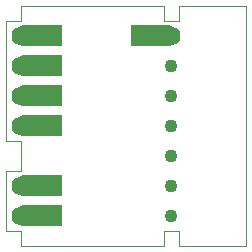
<source format=gbr>
%TF.GenerationSoftware,KiCad,Pcbnew,(5.1.9)-1*%
%TF.CreationDate,2021-05-27T15:02:39+02:00*%
%TF.ProjectId,15_XCAN,31355f58-4341-44e2-9e6b-696361645f70,rev?*%
%TF.SameCoordinates,Original*%
%TF.FileFunction,Soldermask,Bot*%
%TF.FilePolarity,Negative*%
%FSLAX46Y46*%
G04 Gerber Fmt 4.6, Leading zero omitted, Abs format (unit mm)*
G04 Created by KiCad (PCBNEW (5.1.9)-1) date 2021-05-27 15:02:39*
%MOMM*%
%LPD*%
G01*
G04 APERTURE LIST*
%TA.AperFunction,Profile*%
%ADD10C,0.050000*%
%TD*%
%ADD11C,1.624000*%
%ADD12C,0.100000*%
%ADD13C,1.100000*%
G04 APERTURE END LIST*
D10*
X114935000Y-60960000D02*
X120650000Y-60960000D01*
X114935000Y-62230000D02*
X114935000Y-60960000D01*
X113665000Y-62230000D02*
X114935000Y-62230000D01*
X113665000Y-60960000D02*
X113665000Y-62230000D01*
X114935000Y-81280000D02*
X120650000Y-81280000D01*
X114935000Y-80010000D02*
X114935000Y-81280000D01*
X113665000Y-80010000D02*
X114935000Y-80010000D01*
X113665000Y-81280000D02*
X113665000Y-80010000D01*
X101600000Y-62230000D02*
X101600000Y-60960000D01*
X100330000Y-62230000D02*
X101600000Y-62230000D01*
X100330000Y-64770000D02*
X100330000Y-62230000D01*
X100330000Y-72390000D02*
X100330000Y-67310000D01*
X101600000Y-72390000D02*
X100330000Y-72390000D01*
X101600000Y-74930000D02*
X101600000Y-72390000D01*
X100330000Y-74930000D02*
X101600000Y-74930000D01*
X120650000Y-60960000D02*
X120650000Y-81280000D01*
X101600000Y-60960000D02*
X113665000Y-60960000D01*
X101600000Y-80010000D02*
X101600000Y-81280000D01*
X100330000Y-80010000D02*
X101600000Y-80010000D01*
X100330000Y-64770000D02*
X100330000Y-67310000D01*
X113665000Y-81280000D02*
X101600000Y-81280000D01*
X100330000Y-80010000D02*
X100330000Y-74930000D01*
D11*
%TO.C,J4*%
X101600000Y-68580000D03*
D12*
G36*
X101939650Y-69479999D02*
G01*
X101927782Y-69479916D01*
X101924993Y-69479818D01*
X101842112Y-69474604D01*
X101837256Y-69474060D01*
X101755280Y-69460782D01*
X101750503Y-69459766D01*
X101670214Y-69438553D01*
X101665558Y-69437076D01*
X101587721Y-69408129D01*
X101583231Y-69406205D01*
X101508591Y-69369801D01*
X101504309Y-69367447D01*
X101433578Y-69323932D01*
X101429548Y-69321173D01*
X101363401Y-69270965D01*
X101359659Y-69267825D01*
X101298726Y-69211401D01*
X101295308Y-69207910D01*
X101240173Y-69145809D01*
X101237112Y-69142003D01*
X101188299Y-69074819D01*
X101185624Y-69070731D01*
X101143601Y-68999104D01*
X101141338Y-68994774D01*
X101106505Y-68919388D01*
X101104675Y-68914859D01*
X101077364Y-68836433D01*
X101075985Y-68831747D01*
X101056458Y-68751031D01*
X101055543Y-68746233D01*
X101043985Y-68663997D01*
X101043542Y-68659131D01*
X101040065Y-68576159D01*
X101040099Y-68571275D01*
X101044734Y-68488360D01*
X101045245Y-68483501D01*
X101057950Y-68401434D01*
X101058932Y-68396650D01*
X101079584Y-68316214D01*
X101081028Y-68311547D01*
X101109431Y-68233511D01*
X101111324Y-68229008D01*
X101147207Y-68154115D01*
X101149531Y-68149818D01*
X101192550Y-68078785D01*
X101195282Y-68074735D01*
X101245028Y-68008239D01*
X101248141Y-68004475D01*
X101304138Y-67943150D01*
X101307604Y-67939708D01*
X101369318Y-67884140D01*
X101373104Y-67881052D01*
X101439946Y-67831772D01*
X101444015Y-67829069D01*
X101515347Y-67786547D01*
X101519660Y-67784254D01*
X101594801Y-67748895D01*
X101599317Y-67747033D01*
X101677550Y-67719175D01*
X101682227Y-67717763D01*
X101762805Y-67697673D01*
X101767597Y-67696724D01*
X101849751Y-67684593D01*
X101854612Y-67684117D01*
X101937557Y-67680060D01*
X101940000Y-67680000D01*
X104990000Y-67680000D01*
X104999755Y-67680961D01*
X105009134Y-67683806D01*
X105017779Y-67688427D01*
X105025355Y-67694645D01*
X105031573Y-67702221D01*
X105036194Y-67710866D01*
X105039039Y-67720245D01*
X105040000Y-67730000D01*
X105040000Y-69430000D01*
X105039039Y-69439755D01*
X105036194Y-69449134D01*
X105031573Y-69457779D01*
X105025355Y-69465355D01*
X105017779Y-69471573D01*
X105009134Y-69476194D01*
X104999755Y-69479039D01*
X104990000Y-69480000D01*
X101940000Y-69480000D01*
X101939650Y-69479999D01*
G37*
%TD*%
D11*
%TO.C,J1*%
X101600000Y-63500000D03*
D12*
G36*
X101939650Y-64399999D02*
G01*
X101927782Y-64399916D01*
X101924993Y-64399818D01*
X101842112Y-64394604D01*
X101837256Y-64394060D01*
X101755280Y-64380782D01*
X101750503Y-64379766D01*
X101670214Y-64358553D01*
X101665558Y-64357076D01*
X101587721Y-64328129D01*
X101583231Y-64326205D01*
X101508591Y-64289801D01*
X101504309Y-64287447D01*
X101433578Y-64243932D01*
X101429548Y-64241173D01*
X101363401Y-64190965D01*
X101359659Y-64187825D01*
X101298726Y-64131401D01*
X101295308Y-64127910D01*
X101240173Y-64065809D01*
X101237112Y-64062003D01*
X101188299Y-63994819D01*
X101185624Y-63990731D01*
X101143601Y-63919104D01*
X101141338Y-63914774D01*
X101106505Y-63839388D01*
X101104675Y-63834859D01*
X101077364Y-63756433D01*
X101075985Y-63751747D01*
X101056458Y-63671031D01*
X101055543Y-63666233D01*
X101043985Y-63583997D01*
X101043542Y-63579131D01*
X101040065Y-63496159D01*
X101040099Y-63491275D01*
X101044734Y-63408360D01*
X101045245Y-63403501D01*
X101057950Y-63321434D01*
X101058932Y-63316650D01*
X101079584Y-63236214D01*
X101081028Y-63231547D01*
X101109431Y-63153511D01*
X101111324Y-63149008D01*
X101147207Y-63074115D01*
X101149531Y-63069818D01*
X101192550Y-62998785D01*
X101195282Y-62994735D01*
X101245028Y-62928239D01*
X101248141Y-62924475D01*
X101304138Y-62863150D01*
X101307604Y-62859708D01*
X101369318Y-62804140D01*
X101373104Y-62801052D01*
X101439946Y-62751772D01*
X101444015Y-62749069D01*
X101515347Y-62706547D01*
X101519660Y-62704254D01*
X101594801Y-62668895D01*
X101599317Y-62667033D01*
X101677550Y-62639175D01*
X101682227Y-62637763D01*
X101762805Y-62617673D01*
X101767597Y-62616724D01*
X101849751Y-62604593D01*
X101854612Y-62604117D01*
X101937557Y-62600060D01*
X101940000Y-62600000D01*
X104990000Y-62600000D01*
X104999755Y-62600961D01*
X105009134Y-62603806D01*
X105017779Y-62608427D01*
X105025355Y-62614645D01*
X105031573Y-62622221D01*
X105036194Y-62630866D01*
X105039039Y-62640245D01*
X105040000Y-62650000D01*
X105040000Y-64350000D01*
X105039039Y-64359755D01*
X105036194Y-64369134D01*
X105031573Y-64377779D01*
X105025355Y-64385355D01*
X105017779Y-64391573D01*
X105009134Y-64396194D01*
X104999755Y-64399039D01*
X104990000Y-64400000D01*
X101940000Y-64400000D01*
X101939650Y-64399999D01*
G37*
%TD*%
D11*
%TO.C,J2*%
X101600000Y-66040000D03*
D12*
G36*
X101939650Y-66939999D02*
G01*
X101927782Y-66939916D01*
X101924993Y-66939818D01*
X101842112Y-66934604D01*
X101837256Y-66934060D01*
X101755280Y-66920782D01*
X101750503Y-66919766D01*
X101670214Y-66898553D01*
X101665558Y-66897076D01*
X101587721Y-66868129D01*
X101583231Y-66866205D01*
X101508591Y-66829801D01*
X101504309Y-66827447D01*
X101433578Y-66783932D01*
X101429548Y-66781173D01*
X101363401Y-66730965D01*
X101359659Y-66727825D01*
X101298726Y-66671401D01*
X101295308Y-66667910D01*
X101240173Y-66605809D01*
X101237112Y-66602003D01*
X101188299Y-66534819D01*
X101185624Y-66530731D01*
X101143601Y-66459104D01*
X101141338Y-66454774D01*
X101106505Y-66379388D01*
X101104675Y-66374859D01*
X101077364Y-66296433D01*
X101075985Y-66291747D01*
X101056458Y-66211031D01*
X101055543Y-66206233D01*
X101043985Y-66123997D01*
X101043542Y-66119131D01*
X101040065Y-66036159D01*
X101040099Y-66031275D01*
X101044734Y-65948360D01*
X101045245Y-65943501D01*
X101057950Y-65861434D01*
X101058932Y-65856650D01*
X101079584Y-65776214D01*
X101081028Y-65771547D01*
X101109431Y-65693511D01*
X101111324Y-65689008D01*
X101147207Y-65614115D01*
X101149531Y-65609818D01*
X101192550Y-65538785D01*
X101195282Y-65534735D01*
X101245028Y-65468239D01*
X101248141Y-65464475D01*
X101304138Y-65403150D01*
X101307604Y-65399708D01*
X101369318Y-65344140D01*
X101373104Y-65341052D01*
X101439946Y-65291772D01*
X101444015Y-65289069D01*
X101515347Y-65246547D01*
X101519660Y-65244254D01*
X101594801Y-65208895D01*
X101599317Y-65207033D01*
X101677550Y-65179175D01*
X101682227Y-65177763D01*
X101762805Y-65157673D01*
X101767597Y-65156724D01*
X101849751Y-65144593D01*
X101854612Y-65144117D01*
X101937557Y-65140060D01*
X101940000Y-65140000D01*
X104990000Y-65140000D01*
X104999755Y-65140961D01*
X105009134Y-65143806D01*
X105017779Y-65148427D01*
X105025355Y-65154645D01*
X105031573Y-65162221D01*
X105036194Y-65170866D01*
X105039039Y-65180245D01*
X105040000Y-65190000D01*
X105040000Y-66890000D01*
X105039039Y-66899755D01*
X105036194Y-66909134D01*
X105031573Y-66917779D01*
X105025355Y-66925355D01*
X105017779Y-66931573D01*
X105009134Y-66936194D01*
X104999755Y-66939039D01*
X104990000Y-66940000D01*
X101940000Y-66940000D01*
X101939650Y-66939999D01*
G37*
%TD*%
D11*
%TO.C,J3*%
X101600000Y-71120000D03*
D12*
G36*
X101939650Y-72019999D02*
G01*
X101927782Y-72019916D01*
X101924993Y-72019818D01*
X101842112Y-72014604D01*
X101837256Y-72014060D01*
X101755280Y-72000782D01*
X101750503Y-71999766D01*
X101670214Y-71978553D01*
X101665558Y-71977076D01*
X101587721Y-71948129D01*
X101583231Y-71946205D01*
X101508591Y-71909801D01*
X101504309Y-71907447D01*
X101433578Y-71863932D01*
X101429548Y-71861173D01*
X101363401Y-71810965D01*
X101359659Y-71807825D01*
X101298726Y-71751401D01*
X101295308Y-71747910D01*
X101240173Y-71685809D01*
X101237112Y-71682003D01*
X101188299Y-71614819D01*
X101185624Y-71610731D01*
X101143601Y-71539104D01*
X101141338Y-71534774D01*
X101106505Y-71459388D01*
X101104675Y-71454859D01*
X101077364Y-71376433D01*
X101075985Y-71371747D01*
X101056458Y-71291031D01*
X101055543Y-71286233D01*
X101043985Y-71203997D01*
X101043542Y-71199131D01*
X101040065Y-71116159D01*
X101040099Y-71111275D01*
X101044734Y-71028360D01*
X101045245Y-71023501D01*
X101057950Y-70941434D01*
X101058932Y-70936650D01*
X101079584Y-70856214D01*
X101081028Y-70851547D01*
X101109431Y-70773511D01*
X101111324Y-70769008D01*
X101147207Y-70694115D01*
X101149531Y-70689818D01*
X101192550Y-70618785D01*
X101195282Y-70614735D01*
X101245028Y-70548239D01*
X101248141Y-70544475D01*
X101304138Y-70483150D01*
X101307604Y-70479708D01*
X101369318Y-70424140D01*
X101373104Y-70421052D01*
X101439946Y-70371772D01*
X101444015Y-70369069D01*
X101515347Y-70326547D01*
X101519660Y-70324254D01*
X101594801Y-70288895D01*
X101599317Y-70287033D01*
X101677550Y-70259175D01*
X101682227Y-70257763D01*
X101762805Y-70237673D01*
X101767597Y-70236724D01*
X101849751Y-70224593D01*
X101854612Y-70224117D01*
X101937557Y-70220060D01*
X101940000Y-70220000D01*
X104990000Y-70220000D01*
X104999755Y-70220961D01*
X105009134Y-70223806D01*
X105017779Y-70228427D01*
X105025355Y-70234645D01*
X105031573Y-70242221D01*
X105036194Y-70250866D01*
X105039039Y-70260245D01*
X105040000Y-70270000D01*
X105040000Y-71970000D01*
X105039039Y-71979755D01*
X105036194Y-71989134D01*
X105031573Y-71997779D01*
X105025355Y-72005355D01*
X105017779Y-72011573D01*
X105009134Y-72016194D01*
X104999755Y-72019039D01*
X104990000Y-72020000D01*
X101940000Y-72020000D01*
X101939650Y-72019999D01*
G37*
%TD*%
D11*
%TO.C,J5*%
X101600000Y-78740000D03*
D12*
G36*
X101939650Y-79639999D02*
G01*
X101927782Y-79639916D01*
X101924993Y-79639818D01*
X101842112Y-79634604D01*
X101837256Y-79634060D01*
X101755280Y-79620782D01*
X101750503Y-79619766D01*
X101670214Y-79598553D01*
X101665558Y-79597076D01*
X101587721Y-79568129D01*
X101583231Y-79566205D01*
X101508591Y-79529801D01*
X101504309Y-79527447D01*
X101433578Y-79483932D01*
X101429548Y-79481173D01*
X101363401Y-79430965D01*
X101359659Y-79427825D01*
X101298726Y-79371401D01*
X101295308Y-79367910D01*
X101240173Y-79305809D01*
X101237112Y-79302003D01*
X101188299Y-79234819D01*
X101185624Y-79230731D01*
X101143601Y-79159104D01*
X101141338Y-79154774D01*
X101106505Y-79079388D01*
X101104675Y-79074859D01*
X101077364Y-78996433D01*
X101075985Y-78991747D01*
X101056458Y-78911031D01*
X101055543Y-78906233D01*
X101043985Y-78823997D01*
X101043542Y-78819131D01*
X101040065Y-78736159D01*
X101040099Y-78731275D01*
X101044734Y-78648360D01*
X101045245Y-78643501D01*
X101057950Y-78561434D01*
X101058932Y-78556650D01*
X101079584Y-78476214D01*
X101081028Y-78471547D01*
X101109431Y-78393511D01*
X101111324Y-78389008D01*
X101147207Y-78314115D01*
X101149531Y-78309818D01*
X101192550Y-78238785D01*
X101195282Y-78234735D01*
X101245028Y-78168239D01*
X101248141Y-78164475D01*
X101304138Y-78103150D01*
X101307604Y-78099708D01*
X101369318Y-78044140D01*
X101373104Y-78041052D01*
X101439946Y-77991772D01*
X101444015Y-77989069D01*
X101515347Y-77946547D01*
X101519660Y-77944254D01*
X101594801Y-77908895D01*
X101599317Y-77907033D01*
X101677550Y-77879175D01*
X101682227Y-77877763D01*
X101762805Y-77857673D01*
X101767597Y-77856724D01*
X101849751Y-77844593D01*
X101854612Y-77844117D01*
X101937557Y-77840060D01*
X101940000Y-77840000D01*
X104990000Y-77840000D01*
X104999755Y-77840961D01*
X105009134Y-77843806D01*
X105017779Y-77848427D01*
X105025355Y-77854645D01*
X105031573Y-77862221D01*
X105036194Y-77870866D01*
X105039039Y-77880245D01*
X105040000Y-77890000D01*
X105040000Y-79590000D01*
X105039039Y-79599755D01*
X105036194Y-79609134D01*
X105031573Y-79617779D01*
X105025355Y-79625355D01*
X105017779Y-79631573D01*
X105009134Y-79636194D01*
X104999755Y-79639039D01*
X104990000Y-79640000D01*
X101940000Y-79640000D01*
X101939650Y-79639999D01*
G37*
%TD*%
D13*
%TO.C,H1*%
X114300000Y-68580000D03*
%TD*%
%TO.C,H2*%
X114300000Y-66040000D03*
%TD*%
%TO.C,H4*%
X114300000Y-78740000D03*
%TD*%
%TO.C,H5*%
X114300000Y-71120000D03*
%TD*%
%TO.C,H6*%
X114300000Y-76200000D03*
%TD*%
D11*
%TO.C,J6*%
X101600000Y-76200000D03*
D12*
G36*
X101939650Y-77099999D02*
G01*
X101927782Y-77099916D01*
X101924993Y-77099818D01*
X101842112Y-77094604D01*
X101837256Y-77094060D01*
X101755280Y-77080782D01*
X101750503Y-77079766D01*
X101670214Y-77058553D01*
X101665558Y-77057076D01*
X101587721Y-77028129D01*
X101583231Y-77026205D01*
X101508591Y-76989801D01*
X101504309Y-76987447D01*
X101433578Y-76943932D01*
X101429548Y-76941173D01*
X101363401Y-76890965D01*
X101359659Y-76887825D01*
X101298726Y-76831401D01*
X101295308Y-76827910D01*
X101240173Y-76765809D01*
X101237112Y-76762003D01*
X101188299Y-76694819D01*
X101185624Y-76690731D01*
X101143601Y-76619104D01*
X101141338Y-76614774D01*
X101106505Y-76539388D01*
X101104675Y-76534859D01*
X101077364Y-76456433D01*
X101075985Y-76451747D01*
X101056458Y-76371031D01*
X101055543Y-76366233D01*
X101043985Y-76283997D01*
X101043542Y-76279131D01*
X101040065Y-76196159D01*
X101040099Y-76191275D01*
X101044734Y-76108360D01*
X101045245Y-76103501D01*
X101057950Y-76021434D01*
X101058932Y-76016650D01*
X101079584Y-75936214D01*
X101081028Y-75931547D01*
X101109431Y-75853511D01*
X101111324Y-75849008D01*
X101147207Y-75774115D01*
X101149531Y-75769818D01*
X101192550Y-75698785D01*
X101195282Y-75694735D01*
X101245028Y-75628239D01*
X101248141Y-75624475D01*
X101304138Y-75563150D01*
X101307604Y-75559708D01*
X101369318Y-75504140D01*
X101373104Y-75501052D01*
X101439946Y-75451772D01*
X101444015Y-75449069D01*
X101515347Y-75406547D01*
X101519660Y-75404254D01*
X101594801Y-75368895D01*
X101599317Y-75367033D01*
X101677550Y-75339175D01*
X101682227Y-75337763D01*
X101762805Y-75317673D01*
X101767597Y-75316724D01*
X101849751Y-75304593D01*
X101854612Y-75304117D01*
X101937557Y-75300060D01*
X101940000Y-75300000D01*
X104990000Y-75300000D01*
X104999755Y-75300961D01*
X105009134Y-75303806D01*
X105017779Y-75308427D01*
X105025355Y-75314645D01*
X105031573Y-75322221D01*
X105036194Y-75330866D01*
X105039039Y-75340245D01*
X105040000Y-75350000D01*
X105040000Y-77050000D01*
X105039039Y-77059755D01*
X105036194Y-77069134D01*
X105031573Y-77077779D01*
X105025355Y-77085355D01*
X105017779Y-77091573D01*
X105009134Y-77096194D01*
X104999755Y-77099039D01*
X104990000Y-77100000D01*
X101940000Y-77100000D01*
X101939650Y-77099999D01*
G37*
%TD*%
D13*
%TO.C,H3*%
X114300000Y-73660000D03*
%TD*%
D11*
%TO.C,J7*%
X114300000Y-63500000D03*
D12*
G36*
X113960350Y-62600001D02*
G01*
X113972218Y-62600084D01*
X113975007Y-62600182D01*
X114057888Y-62605396D01*
X114062744Y-62605940D01*
X114144720Y-62619218D01*
X114149497Y-62620234D01*
X114229786Y-62641447D01*
X114234442Y-62642924D01*
X114312279Y-62671871D01*
X114316769Y-62673795D01*
X114391409Y-62710199D01*
X114395691Y-62712553D01*
X114466422Y-62756068D01*
X114470452Y-62758827D01*
X114536599Y-62809035D01*
X114540341Y-62812175D01*
X114601274Y-62868599D01*
X114604692Y-62872090D01*
X114659827Y-62934191D01*
X114662888Y-62937997D01*
X114711701Y-63005181D01*
X114714376Y-63009269D01*
X114756399Y-63080896D01*
X114758662Y-63085226D01*
X114793495Y-63160612D01*
X114795325Y-63165141D01*
X114822636Y-63243567D01*
X114824015Y-63248253D01*
X114843542Y-63328969D01*
X114844457Y-63333767D01*
X114856015Y-63416003D01*
X114856458Y-63420869D01*
X114859935Y-63503841D01*
X114859901Y-63508725D01*
X114855266Y-63591640D01*
X114854755Y-63596499D01*
X114842050Y-63678566D01*
X114841068Y-63683350D01*
X114820416Y-63763786D01*
X114818972Y-63768453D01*
X114790569Y-63846489D01*
X114788676Y-63850992D01*
X114752793Y-63925885D01*
X114750469Y-63930182D01*
X114707450Y-64001215D01*
X114704718Y-64005265D01*
X114654972Y-64071761D01*
X114651859Y-64075525D01*
X114595862Y-64136850D01*
X114592396Y-64140292D01*
X114530682Y-64195860D01*
X114526896Y-64198948D01*
X114460054Y-64248228D01*
X114455985Y-64250931D01*
X114384653Y-64293453D01*
X114380340Y-64295746D01*
X114305199Y-64331105D01*
X114300683Y-64332967D01*
X114222450Y-64360825D01*
X114217773Y-64362237D01*
X114137195Y-64382327D01*
X114132403Y-64383276D01*
X114050249Y-64395407D01*
X114045388Y-64395883D01*
X113962443Y-64399940D01*
X113960000Y-64400000D01*
X110910000Y-64400000D01*
X110900245Y-64399039D01*
X110890866Y-64396194D01*
X110882221Y-64391573D01*
X110874645Y-64385355D01*
X110868427Y-64377779D01*
X110863806Y-64369134D01*
X110860961Y-64359755D01*
X110860000Y-64350000D01*
X110860000Y-62650000D01*
X110860961Y-62640245D01*
X110863806Y-62630866D01*
X110868427Y-62622221D01*
X110874645Y-62614645D01*
X110882221Y-62608427D01*
X110890866Y-62603806D01*
X110900245Y-62600961D01*
X110910000Y-62600000D01*
X113960000Y-62600000D01*
X113960350Y-62600001D01*
G37*
%TD*%
M02*

</source>
